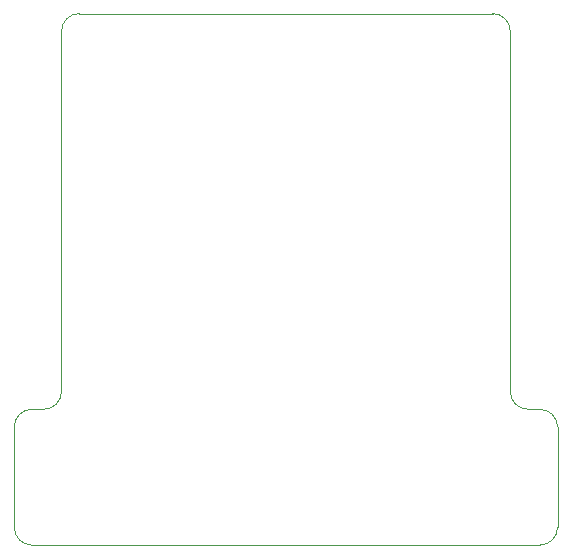
<source format=gbr>
G04 #@! TF.FileFunction,Profile,NP*
%FSLAX46Y46*%
G04 Gerber Fmt 4.6, Leading zero omitted, Abs format (unit mm)*
G04 Created by KiCad (PCBNEW 4.0.7-e2-6376~58~ubuntu14.04.1) date Wed Aug  8 12:01:23 2018*
%MOMM*%
%LPD*%
G01*
G04 APERTURE LIST*
%ADD10C,0.100000*%
G04 APERTURE END LIST*
D10*
X150999964Y-88500000D02*
X151999964Y-88500000D01*
X108999964Y-100000000D02*
X151999964Y-100000000D01*
X108999964Y-88500000D02*
X109999964Y-88500000D01*
X153499964Y-90000000D02*
X153499964Y-98500000D01*
X153499964Y-90000000D02*
G75*
G03X151999964Y-88500000I-1500000J0D01*
G01*
X149499964Y-87000000D02*
G75*
G03X150999964Y-88500000I1500000J0D01*
G01*
X149499964Y-56500000D02*
X149499964Y-87000000D01*
X149499964Y-56500000D02*
G75*
G03X147999964Y-55000000I-1500000J0D01*
G01*
X112999964Y-55000000D02*
X147999964Y-55000000D01*
X112999964Y-55000000D02*
G75*
G03X111499964Y-56500000I0J-1500000D01*
G01*
X111499964Y-87000000D02*
X111499964Y-56500000D01*
X107499964Y-98500000D02*
X107499964Y-90000000D01*
X109999964Y-88500000D02*
G75*
G03X111499964Y-87000000I0J1500000D01*
G01*
X108999964Y-88500000D02*
G75*
G03X107499964Y-90000000I0J-1500000D01*
G01*
X107499964Y-98500000D02*
G75*
G03X108999964Y-100000000I1500000J0D01*
G01*
X151999964Y-100000000D02*
G75*
G03X153499964Y-98500000I0J1500000D01*
G01*
M02*

</source>
